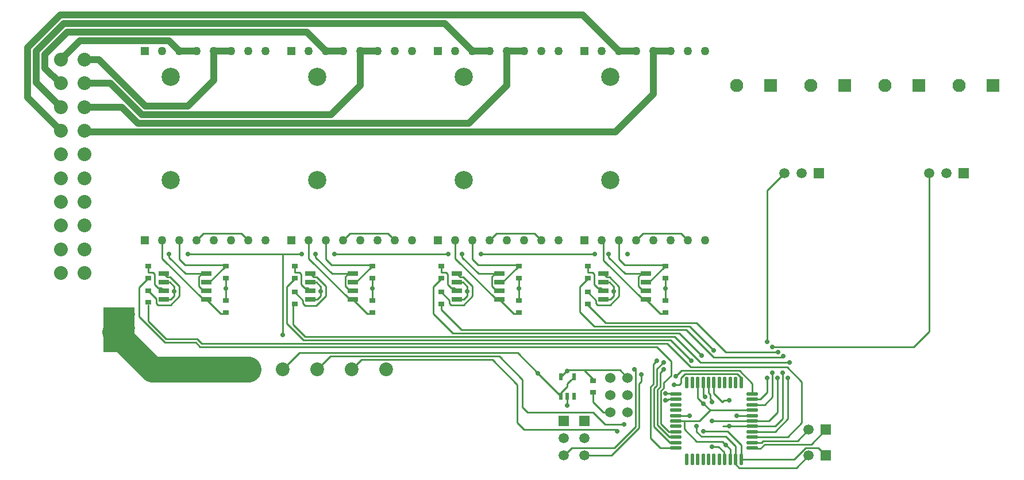
<source format=gtl>
G04*
G04 #@! TF.GenerationSoftware,Altium Limited,Altium Designer,19.0.12 (326)*
G04*
G04 Layer_Physical_Order=1*
G04 Layer_Color=255*
%FSLAX24Y24*%
%MOIN*%
G70*
G01*
G75*
%ADD10C,0.0100*%
%ADD36R,0.0374X0.0315*%
%ADD37O,0.0217X0.0689*%
%ADD38O,0.0689X0.0217*%
%ADD39R,0.0591X0.0315*%
%ADD40R,0.0236X0.0433*%
%ADD41C,0.0400*%
%ADD42C,0.1500*%
%ADD43R,0.0591X0.0591*%
%ADD44C,0.0591*%
%ADD45C,0.0768*%
%ADD46R,0.0768X0.0768*%
%ADD47R,0.0500X0.0500*%
%ADD48C,0.0500*%
%ADD49C,0.0600*%
%ADD50R,0.0591X0.0591*%
%ADD51C,0.0799*%
%ADD52C,0.0801*%
%ADD53C,0.1058*%
%ADD54C,0.0290*%
G36*
X13900Y7000D02*
X12100D01*
Y9600D01*
X13900D01*
Y7000D01*
D02*
G37*
D10*
X60000Y8200D02*
Y17400D01*
X59100Y7300D02*
X60000Y8200D01*
X50900Y7300D02*
X59100D01*
X50600Y16400D02*
X51600Y17400D01*
X50600Y7600D02*
Y16400D01*
X33500Y13500D02*
Y13559D01*
X17900Y13900D02*
X20100D01*
X17500Y13500D02*
X17900Y13900D01*
X20100D02*
X20500Y13500D01*
X17778Y7500D02*
X44783D01*
X17528Y7750D02*
X17778Y7500D01*
X15728Y7750D02*
X17528D01*
X17695Y7300D02*
X44180D01*
X17445Y7550D02*
X17695Y7300D01*
X15645Y7550D02*
X17445D01*
X48098Y1069D02*
X48130D01*
X40200Y11623D02*
Y11985D01*
Y11623D02*
X40449D01*
X40537Y11535D01*
Y10948D02*
Y11535D01*
Y10948D02*
X40743Y10743D01*
X40907D01*
X41100Y10550D01*
X40177Y10485D02*
X40655Y10007D01*
Y9830D02*
Y10007D01*
Y9830D02*
X40743Y9743D01*
X41475D01*
X42000Y10267D01*
Y10815D01*
X41457Y11357D02*
X42000Y10815D01*
X41293Y11357D02*
X41457D01*
X41100Y11550D02*
X41293Y11357D01*
X31700Y11623D02*
Y11985D01*
Y11623D02*
X31949D01*
X32037Y11535D01*
Y10948D02*
Y11535D01*
Y10948D02*
X32243Y10743D01*
X32407D01*
X32600Y10550D01*
X31677Y10485D02*
X32155Y10007D01*
Y9830D02*
Y10007D01*
Y9830D02*
X32243Y9743D01*
X32975D01*
X33495Y10262D01*
Y10820D01*
X32957Y11357D02*
X33495Y10820D01*
X32793Y11357D02*
X32957D01*
X32600Y11550D02*
X32793Y11357D01*
X23200Y11623D02*
Y11985D01*
Y11623D02*
X23449D01*
X23537Y11535D01*
Y10948D02*
Y11535D01*
Y10948D02*
X23743Y10743D01*
X23907D01*
X24100Y10550D01*
X23177Y10485D02*
X23655Y10007D01*
Y9830D02*
Y10007D01*
Y9830D02*
X23785Y9700D01*
X24433D01*
X24995Y10262D01*
Y10820D01*
X24457Y11357D02*
X24995Y10820D01*
X24293Y11357D02*
X24457D01*
X24100Y11550D02*
X24293Y11357D01*
X23177Y10573D02*
X23200Y10550D01*
X24700Y10250D02*
Y10527D01*
Y10804D01*
X24500Y10050D02*
X24700Y10250D01*
X22712Y10803D02*
X23136Y11227D01*
X14700Y11623D02*
Y11985D01*
Y11623D02*
X14949D01*
X15037Y11535D01*
Y10948D02*
Y11535D01*
Y10948D02*
X15243Y10743D01*
X15407D01*
X15600Y10550D01*
X14140Y10755D02*
X14700Y11315D01*
X14140Y9055D02*
Y10755D01*
X14677Y10573D02*
X15155Y10095D01*
Y9830D02*
Y10095D01*
Y9830D02*
X15243Y9743D01*
X15975D01*
X16495Y10262D01*
Y10820D01*
X15957Y11357D02*
X16495Y10820D01*
X15793Y11357D02*
X15957D01*
X15600Y11550D02*
X15793Y11357D01*
X14140Y9055D02*
X15645Y7550D01*
X14677Y10573D02*
Y10627D01*
X15600Y11050D02*
X15954D01*
X16200Y10804D01*
X15500Y12446D02*
X17896Y10050D01*
X27623Y11948D02*
Y12073D01*
X27384Y9227D02*
X27700D01*
X18884D02*
X19200D01*
X19123Y11948D02*
Y12073D01*
X36123Y11948D02*
Y12073D01*
X44623Y11948D02*
Y12073D01*
X35884Y9227D02*
X36200D01*
X44384D02*
X44700D01*
X45770Y3000D02*
X46640D01*
X45276D02*
X45770D01*
X44700Y10700D02*
Y11227D01*
Y10073D02*
Y10700D01*
X41700Y10527D02*
Y10804D01*
Y10250D02*
Y10527D01*
X36200Y10700D02*
Y11227D01*
Y10073D02*
Y10700D01*
X33200Y10527D02*
Y10804D01*
Y10250D02*
Y10527D01*
X27700Y10700D02*
Y11227D01*
Y10073D02*
Y10700D01*
X19200D02*
Y11227D01*
Y10073D02*
Y10700D01*
X16200Y10527D02*
Y10804D01*
Y10250D02*
Y10527D01*
X45276Y3315D02*
X46085D01*
X46100Y3300D01*
X46640Y3000D02*
X47270Y3630D01*
X45770Y2530D02*
Y3000D01*
X44180Y7300D02*
X45005Y6475D01*
Y5636D02*
Y6475D01*
X46483Y8700D02*
X48178Y7005D01*
X41204Y8700D02*
X46483D01*
X40559Y8500D02*
X46100D01*
X45883Y8300D02*
X47473Y6710D01*
X32854Y8300D02*
X45883D01*
X45500Y8100D02*
X46800Y6800D01*
X32359Y8100D02*
X45500D01*
X46717Y6400D02*
X51900D01*
X45217Y7900D02*
X46717Y6400D01*
X52600Y2900D02*
Y5283D01*
X51764Y6119D02*
X52600Y5283D01*
X51462Y6710D02*
X51526Y6774D01*
X48178Y7005D02*
X51205D01*
X47473Y6710D02*
X51462D01*
X50900Y4400D02*
Y5800D01*
X46164Y6119D02*
X51764D01*
X50600Y4675D02*
Y5500D01*
X51500Y3117D02*
Y5800D01*
X45619Y5919D02*
X48982D01*
X49724Y5176D01*
X48867Y5719D02*
X49075Y5511D01*
X45818Y5719D02*
X48867D01*
X51800Y3134D02*
Y5500D01*
X51200Y3500D02*
Y5500D01*
X46500Y2383D02*
Y2700D01*
X46783Y2100D02*
X48200D01*
X46500Y2383D02*
X46783Y2100D01*
X48200D02*
X48760Y1540D01*
X39245Y1445D02*
X41728D01*
X38845Y1045D02*
X39245Y1445D01*
X42950Y2667D02*
Y5950D01*
X42900Y6000D02*
X42950Y5950D01*
X45300Y5600D02*
X45619Y5919D01*
X45595Y5195D02*
Y5496D01*
X45500Y5100D02*
X45595Y5195D01*
X45200Y5100D02*
X45500D01*
X48000Y1800D02*
X48200Y1600D01*
X46500Y1800D02*
X48000D01*
X45770Y2530D02*
X46500Y1800D01*
X48200Y1600D02*
X48445Y1355D01*
Y776D02*
Y1355D01*
X48130Y776D02*
Y1069D01*
X48073Y1094D02*
X48098Y1069D01*
X48073Y1094D02*
Y1187D01*
X47761Y1500D02*
X48073Y1187D01*
X47400Y1500D02*
X47761D01*
X49075Y776D02*
Y1608D01*
X41200Y2800D02*
X42300D01*
X43150Y5164D02*
X43300Y5314D01*
X43150Y2584D02*
Y5164D01*
X41566Y1000D02*
X43150Y2584D01*
X43805Y1995D02*
Y4971D01*
X44005Y2680D02*
Y4888D01*
X44205Y2763D02*
Y4805D01*
X44405Y2846D02*
Y4722D01*
X44700Y4200D02*
X44795D01*
X44855Y4260D01*
X44205Y4805D02*
X44400Y5000D01*
X44200Y5083D02*
Y6017D01*
X44005Y4888D02*
X44200Y5083D01*
X44000Y5166D02*
Y6300D01*
X43805Y4971D02*
X44000Y5166D01*
X43300Y5314D02*
Y5700D01*
X44700Y4600D02*
X45250D01*
X44600Y4917D02*
Y5231D01*
X44405Y4722D02*
X44600Y4917D01*
X44400Y5000D02*
Y5800D01*
X45250Y4600D02*
X45276Y4575D01*
X43805Y1995D02*
X44375Y1425D01*
X44005Y2680D02*
X44945Y1740D01*
X44205Y2763D02*
X44913Y2055D01*
X44405Y2846D02*
X44881Y2370D01*
X44400Y5800D02*
X44600Y6000D01*
X23694Y7700D02*
X45000D01*
X23777Y7900D02*
X45217D01*
X40177Y9727D02*
X41204Y8700D01*
X39712Y9347D02*
X40559Y8500D01*
X31677Y9477D02*
X32854Y8300D01*
X31230Y9230D02*
X32359Y8100D01*
X23077Y8600D02*
X23777Y7900D01*
X22712Y8682D02*
X23694Y7700D01*
X45000D02*
X46200Y6500D01*
X44783Y7500D02*
X46164Y6119D01*
X44000Y6300D02*
X44200Y6500D01*
Y6017D02*
X44583Y6400D01*
X44600D01*
Y5231D02*
X45005Y5636D01*
X45595Y5496D02*
X45818Y5719D01*
X41728Y1445D02*
X42950Y2667D01*
X50700Y3000D02*
X51200Y3500D01*
X49724Y3000D02*
X50700D01*
X50445Y3945D02*
X50900Y4400D01*
X50184Y4260D02*
X50600Y4675D01*
X51036Y2370D02*
X51800Y3134D01*
X49724Y2370D02*
X51036D01*
X51068Y2685D02*
X51500Y3117D01*
X49724Y3945D02*
X50445D01*
X51783Y2083D02*
X52600Y2900D01*
X49724Y1740D02*
X50257D01*
X50362Y1845D02*
X52345D01*
X50257Y1740D02*
X50362Y1845D01*
X50445Y1645D02*
X53145D01*
X50200Y1400D02*
X50445Y1645D01*
X48760Y489D02*
X48968Y281D01*
X52281D01*
X52146Y776D02*
X52816Y1445D01*
X49075Y776D02*
X52146D01*
X52816Y1445D02*
X53555D01*
X54000Y1000D01*
X49750Y1400D02*
X50200D01*
X41100Y11050D02*
X41454D01*
X41100Y10050D02*
X41500D01*
X41700Y10250D01*
X41454Y11050D02*
X41700Y10804D01*
X32600Y11050D02*
X32954D01*
X32600Y10050D02*
X33000D01*
X33200Y10250D01*
X32954Y11050D02*
X33200Y10804D01*
X24100Y11050D02*
X24454D01*
X24100Y10050D02*
X24500D01*
X24454Y11050D02*
X24700Y10804D01*
X16000Y10050D02*
X16200Y10250D01*
X43000Y13500D02*
X43400Y13900D01*
X45600D01*
X46000Y13500D01*
X34500D02*
X34900Y13900D01*
X37100D01*
X37500Y13500D01*
X26000D02*
X26400Y13900D01*
X28600D01*
X29000Y13500D01*
X41400Y12500D02*
Y12700D01*
Y12500D02*
X42350Y11550D01*
X31677Y9477D02*
Y9727D01*
X34896Y10050D02*
X35061D01*
X34800Y11550D02*
X35061D01*
X34615Y11365D02*
X34800Y11550D01*
X34615Y10830D02*
Y11365D01*
X34896Y10550D02*
X35061D01*
X34615Y10830D02*
X34896Y10550D01*
X31212Y10803D02*
X31636Y11227D01*
X31212Y9230D02*
Y10803D01*
X35226Y11050D02*
X36123Y11948D01*
X35061Y11050D02*
X35226D01*
X33827Y12073D02*
X36123D01*
X31677Y10573D02*
X31700Y10550D01*
X35061Y10050D02*
X35884Y9227D01*
X26396Y10050D02*
X26561D01*
X24000Y12446D02*
X26396Y10050D01*
X26300Y11550D02*
X26561D01*
X26115Y11365D02*
X26300Y11550D01*
X26115Y10830D02*
Y11365D01*
X26396Y10550D02*
X26561D01*
X26115Y10830D02*
X26396Y10550D01*
X22712Y8682D02*
Y10803D01*
X26726Y11050D02*
X27623Y11948D01*
X26561Y11050D02*
X26726D01*
X25327Y12073D02*
X27623D01*
X26561Y10050D02*
X27384Y9227D01*
X17896Y10050D02*
X18061D01*
X17800Y11550D02*
X18061D01*
X17615Y11365D02*
X17800Y11550D01*
X17615Y10830D02*
Y11365D01*
X17896Y10550D02*
X18061D01*
X17615Y10830D02*
X17896Y10550D01*
X15600Y10050D02*
X16000D01*
X18226Y11050D02*
X19123Y11948D01*
X18061Y11050D02*
X18226D01*
X18061Y10050D02*
X18884Y9227D01*
X42327Y12073D02*
X44623D01*
X39712Y10803D02*
X40136Y11227D01*
X39712Y9347D02*
Y10803D01*
X43561Y10050D02*
X44384Y9227D01*
X23077Y8600D02*
Y9677D01*
X43300Y11550D02*
X43561D01*
X43396Y10050D02*
X43561D01*
X43115Y10830D02*
X43396Y10550D01*
X43115Y10830D02*
Y11365D01*
X43396Y10550D02*
X43561D01*
X43726Y11050D02*
X44623Y11948D01*
X43561Y11050D02*
X43726D01*
X40177Y10573D02*
X40200Y10550D01*
X49724Y2055D02*
Y2083D01*
X38626Y4449D02*
Y4626D01*
X39987Y5937D02*
X40500Y5423D01*
X41000Y13500D02*
X41100Y13400D01*
X43115Y11365D02*
X43300Y11550D01*
X42350D02*
X43300D01*
X24000Y12446D02*
Y13500D01*
X16850Y11550D02*
X17800D01*
X15900Y12500D02*
X16850Y11550D01*
X15900Y12500D02*
Y12700D01*
X25350Y11550D02*
X26300D01*
X24400Y12500D02*
X25350Y11550D01*
X24400Y12500D02*
Y12700D01*
X33850Y11550D02*
X34800D01*
X32900Y12500D02*
X33850Y11550D01*
X32900Y12500D02*
Y12700D01*
X42000Y12400D02*
X42327Y12073D01*
X41100Y12346D02*
X43396Y10050D01*
X41100Y12346D02*
Y13400D01*
X42000Y12400D02*
Y13500D01*
X33500Y12400D02*
X33827Y12073D01*
X32500Y12446D02*
Y13500D01*
Y12446D02*
X34896Y10050D01*
X33500Y12400D02*
Y13500D01*
X34000Y12700D02*
X40600D01*
X25000Y12400D02*
X25327Y12073D01*
X25000Y12400D02*
Y13500D01*
X25500Y12700D02*
X32100D01*
X15500Y12446D02*
Y13500D01*
X16500Y12400D02*
Y13500D01*
X16827Y12073D02*
X19123D01*
X16500Y12400D02*
X16827Y12073D01*
X49724Y4260D02*
X50184D01*
X49724Y4575D02*
Y5176D01*
X49075Y5224D02*
Y5511D01*
X39000Y4449D02*
X39000D01*
X46893Y4007D02*
X47270Y3630D01*
X49438Y3630D01*
X46555Y4345D02*
X46893Y4007D01*
X46870Y4530D02*
X47000Y4400D01*
X42050Y5950D02*
X42500Y5500D01*
X39374Y5536D02*
Y5551D01*
X38626Y4626D02*
X39000Y5000D01*
Y5177D01*
X39174Y5351D01*
X39189D01*
X39025Y5950D02*
X42050D01*
X22500Y6000D02*
X23450Y6950D01*
X24500Y6000D02*
X25250Y6750D01*
X23450Y6950D02*
X36125D01*
X25250Y6750D02*
X35050D01*
X26500Y6000D02*
X27050Y6550D01*
X34650D01*
X35050Y6750D02*
X36400Y5400D01*
X34650Y6550D02*
X36100Y5100D01*
Y2900D02*
Y5100D01*
X40000Y1000D02*
X41566D01*
X36400Y3800D02*
Y5400D01*
X40500Y4100D02*
Y4577D01*
X36400Y3800D02*
X36700Y3500D01*
X40500Y4100D02*
X41100Y3500D01*
X36100Y2900D02*
X36500Y2500D01*
X41800D01*
X41900Y2400D01*
X36125Y6950D02*
X37300Y5775D01*
X38626Y4449D01*
X22500Y8000D02*
Y12700D01*
X17000D02*
X22500D01*
X23600D01*
X36700Y3500D02*
X40500D01*
X41200Y2800D01*
X14677Y8801D02*
Y9727D01*
Y8801D02*
X15728Y7750D01*
X47185Y4632D02*
X47295Y4522D01*
Y4305D02*
Y4522D01*
X47500Y4600D02*
X48000Y4100D01*
X48015Y2685D02*
X48030Y2700D01*
X48000Y4100D02*
X48100Y4200D01*
X48400D01*
X48760Y776D02*
Y1540D01*
X49724Y2685D02*
X51068D01*
X49438Y3630D02*
X49724D01*
X46555Y4345D02*
Y5224D01*
X45276Y3000D02*
X45332Y2943D01*
X44945Y1740D02*
X45276D01*
X52345Y1845D02*
X53000Y2500D01*
X44913Y2055D02*
X45276D01*
X48815Y3315D02*
X49724D01*
X46870Y4530D02*
Y5224D01*
X39000Y3900D02*
Y4449D01*
X53145Y1645D02*
X54000Y2500D01*
X44881Y2370D02*
X45276D01*
X39189Y5351D02*
X39374Y5536D01*
X52281Y281D02*
X53000Y1000D01*
X48760Y489D02*
Y776D01*
X47185Y4632D02*
Y5224D01*
X44855Y4260D02*
X45276D01*
X41100Y3500D02*
X41500D01*
X46100Y8500D02*
X47500Y7100D01*
X44375Y1425D02*
X45276D01*
X47500Y4600D02*
Y5224D01*
X39000Y891D02*
Y1000D01*
X38845Y1045D02*
X39000Y891D01*
X40136Y11227D02*
X40200D01*
X49724Y2083D02*
X51783D01*
X23136Y11227D02*
X23200D01*
X31636D02*
X31700D01*
X38626Y5551D02*
X39025Y5950D01*
X46900Y2400D02*
X48283D01*
X49075Y1608D01*
X48030Y2700D02*
X48400D01*
X48015Y2685D02*
X49724D01*
X47400Y3000D02*
X49724D01*
X47295Y4305D02*
X47400Y4200D01*
Y4100D02*
Y4200D01*
D36*
X40500Y4665D02*
D03*
Y5335D02*
D03*
X14700Y11315D02*
D03*
Y11985D02*
D03*
X23200Y11315D02*
D03*
Y11985D02*
D03*
X31700Y11315D02*
D03*
Y11985D02*
D03*
X40200Y11315D02*
D03*
Y11985D02*
D03*
X19200Y11985D02*
D03*
Y11315D02*
D03*
X27700Y11985D02*
D03*
Y11315D02*
D03*
X36200Y11985D02*
D03*
Y11315D02*
D03*
X44700Y11985D02*
D03*
Y11315D02*
D03*
X14677Y9904D02*
D03*
Y10573D02*
D03*
X23177Y9815D02*
D03*
Y10485D02*
D03*
X31677Y9815D02*
D03*
Y10485D02*
D03*
X40177Y9815D02*
D03*
Y10485D02*
D03*
X19200Y9315D02*
D03*
Y9985D02*
D03*
X27700Y9315D02*
D03*
Y9985D02*
D03*
X36200Y9315D02*
D03*
Y9985D02*
D03*
X44700Y9315D02*
D03*
Y9985D02*
D03*
D37*
X45925Y776D02*
D03*
X46240D02*
D03*
X46555D02*
D03*
X46870D02*
D03*
X47185D02*
D03*
X47500D02*
D03*
X47815D02*
D03*
X48130D02*
D03*
X48445D02*
D03*
X48760D02*
D03*
X49075D02*
D03*
Y5224D02*
D03*
X48760D02*
D03*
X48445D02*
D03*
X48130D02*
D03*
X47815D02*
D03*
X47500D02*
D03*
X47185D02*
D03*
X46870D02*
D03*
X46555D02*
D03*
X46240D02*
D03*
X45925D02*
D03*
D38*
X49724Y1425D02*
D03*
Y1740D02*
D03*
Y2055D02*
D03*
Y2370D02*
D03*
Y2685D02*
D03*
Y3000D02*
D03*
Y3315D02*
D03*
Y3630D02*
D03*
Y3945D02*
D03*
Y4260D02*
D03*
Y4575D02*
D03*
X45276D02*
D03*
Y4260D02*
D03*
Y3945D02*
D03*
Y3630D02*
D03*
Y3315D02*
D03*
Y3000D02*
D03*
Y2685D02*
D03*
Y2370D02*
D03*
Y2055D02*
D03*
Y1740D02*
D03*
Y1425D02*
D03*
D39*
X43561Y10050D02*
D03*
Y10550D02*
D03*
Y11050D02*
D03*
Y11550D02*
D03*
X41100Y10050D02*
D03*
Y10550D02*
D03*
Y11050D02*
D03*
Y11550D02*
D03*
X35061Y10050D02*
D03*
Y10550D02*
D03*
Y11050D02*
D03*
Y11550D02*
D03*
X32600Y10050D02*
D03*
Y10550D02*
D03*
Y11050D02*
D03*
Y11550D02*
D03*
X26561Y10050D02*
D03*
Y10550D02*
D03*
Y11050D02*
D03*
Y11550D02*
D03*
X24100Y10050D02*
D03*
Y10550D02*
D03*
Y11050D02*
D03*
Y11550D02*
D03*
X18061Y10050D02*
D03*
Y10550D02*
D03*
Y11050D02*
D03*
Y11550D02*
D03*
X15600Y10050D02*
D03*
Y10550D02*
D03*
Y11050D02*
D03*
Y11550D02*
D03*
D40*
X39374Y5551D02*
D03*
X38626D02*
D03*
Y4449D02*
D03*
X39000D02*
D03*
X39374D02*
D03*
D41*
X14100Y20300D02*
X33300D01*
X13156Y21244D02*
X14100Y20300D01*
X33300D02*
X35500Y22500D01*
X18500Y24500D02*
X19500D01*
X16500D02*
X17500D01*
X42000D02*
X43000D01*
X39900Y26600D02*
X42000Y24500D01*
X9586Y26600D02*
X39900D01*
X33500Y24500D02*
X34500D01*
X31900Y26100D02*
X33500Y24500D01*
X9793Y26100D02*
X31900D01*
X25000Y24500D02*
X26000D01*
X23900Y25600D02*
X25000Y24500D01*
X10000Y25600D02*
X23900D01*
X7700Y21788D02*
X9622Y19866D01*
X8200Y22666D02*
X9622Y21244D01*
X9578Y22622D02*
X9622D01*
X8700Y23500D02*
X9578Y22622D01*
X7700Y21788D02*
Y24714D01*
X8200Y22666D02*
Y24507D01*
X7700Y24714D02*
X9586Y26600D01*
X8200Y24507D02*
X9793Y26100D01*
X8700Y23500D02*
Y24300D01*
X10000Y25600D01*
X9622Y24000D02*
X10722Y25100D01*
X15900D01*
X16500Y24500D01*
X11814Y24000D02*
X14514Y21300D01*
X11000Y24000D02*
X11814D01*
X12485Y22622D02*
X14307Y20800D01*
X11000Y22622D02*
X12485D01*
X14514Y21300D02*
X17000D01*
X14307Y20800D02*
X25300D01*
X11000Y21244D02*
X13156D01*
X44000Y24500D02*
X45000D01*
X41800Y19800D02*
X44000Y22000D01*
Y24500D01*
X11066Y19800D02*
X41800D01*
X35500Y24500D02*
X36500D01*
X35500Y22500D02*
Y24500D01*
X27000D02*
X28000D01*
X25300Y20800D02*
X27000Y22500D01*
Y24500D01*
X17000Y21300D02*
X18500Y22800D01*
Y24500D01*
X11000Y19866D02*
X11066Y19800D01*
D42*
X12760Y8160D02*
X14921Y6000D01*
X18500D01*
X20500D01*
D43*
X62000Y17400D02*
D03*
X53600D02*
D03*
X54000Y2500D02*
D03*
Y1000D02*
D03*
D44*
X61000Y17400D02*
D03*
X60000D02*
D03*
X52600D02*
D03*
X51600D02*
D03*
X40000Y1000D02*
D03*
Y2000D02*
D03*
X38800Y1000D02*
D03*
Y2000D02*
D03*
X53000Y2500D02*
D03*
Y1000D02*
D03*
D45*
X61709Y22500D02*
D03*
X57409D02*
D03*
X53109D02*
D03*
X48809D02*
D03*
D46*
X63678D02*
D03*
X59378D02*
D03*
X55078D02*
D03*
X50778D02*
D03*
D47*
X14500Y13500D02*
D03*
Y24500D02*
D03*
X23000Y13500D02*
D03*
Y24500D02*
D03*
X31500D02*
D03*
Y13500D02*
D03*
X40000D02*
D03*
Y24500D02*
D03*
D48*
X15500Y13500D02*
D03*
X16500D02*
D03*
X17500D02*
D03*
X18500D02*
D03*
X19500D02*
D03*
X20500D02*
D03*
X21500D02*
D03*
X15500Y24500D02*
D03*
X16500D02*
D03*
X17500D02*
D03*
X18500D02*
D03*
X19500D02*
D03*
X20500D02*
D03*
X21500D02*
D03*
X24000Y13500D02*
D03*
X25000D02*
D03*
X26000D02*
D03*
X27000D02*
D03*
X28000D02*
D03*
X29000D02*
D03*
X30000D02*
D03*
X24000Y24500D02*
D03*
X25000D02*
D03*
X26000D02*
D03*
X27000D02*
D03*
X28000D02*
D03*
X29000D02*
D03*
X30000D02*
D03*
X38500D02*
D03*
X37500D02*
D03*
X36500D02*
D03*
X35500D02*
D03*
X34500D02*
D03*
X33500D02*
D03*
X32500D02*
D03*
X38500Y13500D02*
D03*
X37500D02*
D03*
X36500D02*
D03*
X35500D02*
D03*
X34500D02*
D03*
X33500D02*
D03*
X32500D02*
D03*
X41000D02*
D03*
X42000D02*
D03*
X43000D02*
D03*
X44000D02*
D03*
X45000D02*
D03*
X46000D02*
D03*
X47000D02*
D03*
X41000Y24500D02*
D03*
X42000D02*
D03*
X43000D02*
D03*
X44000D02*
D03*
X45000D02*
D03*
X46000D02*
D03*
X47000D02*
D03*
D49*
X41500Y3500D02*
D03*
Y4500D02*
D03*
Y5500D02*
D03*
X42500Y3500D02*
D03*
Y4500D02*
D03*
Y5500D02*
D03*
D50*
X40000Y3000D02*
D03*
X38800D02*
D03*
D51*
X28500Y6000D02*
D03*
X18500D02*
D03*
X20500D02*
D03*
X22500D02*
D03*
X24500D02*
D03*
X26500D02*
D03*
D52*
X9622Y11598D02*
D03*
X11000D02*
D03*
Y24000D02*
D03*
X9622D02*
D03*
X11000Y22622D02*
D03*
X9622D02*
D03*
X11000Y21244D02*
D03*
X9622D02*
D03*
X11000Y19866D02*
D03*
X9622D02*
D03*
X11000Y18488D02*
D03*
X9622D02*
D03*
X11000Y17110D02*
D03*
X9622D02*
D03*
X11000Y15732D02*
D03*
X9622D02*
D03*
X11000Y14354D02*
D03*
X9622D02*
D03*
X11000Y12976D02*
D03*
X9622D02*
D03*
D53*
X16000Y23000D02*
D03*
Y17000D02*
D03*
X24500Y23000D02*
D03*
Y17000D02*
D03*
X33000Y23000D02*
D03*
Y17000D02*
D03*
X41500Y23000D02*
D03*
Y17000D02*
D03*
D54*
X24700Y10527D02*
D03*
X46100Y3300D02*
D03*
X51900Y6400D02*
D03*
X51526Y6774D02*
D03*
X51205Y7005D02*
D03*
X50900Y7300D02*
D03*
X50600Y7600D02*
D03*
X50900Y5800D02*
D03*
X50600Y5500D02*
D03*
X46800Y6800D02*
D03*
X47500Y7100D02*
D03*
X51500Y5800D02*
D03*
X51800Y5500D02*
D03*
X51200D02*
D03*
X48200Y1600D02*
D03*
X46900Y2400D02*
D03*
X42300Y2800D02*
D03*
X46500Y2700D02*
D03*
X44700Y4200D02*
D03*
Y4600D02*
D03*
X44200Y6500D02*
D03*
X44600Y6400D02*
D03*
Y6000D02*
D03*
X43300Y5700D02*
D03*
X42900Y6000D02*
D03*
X45200Y5100D02*
D03*
X45300Y5600D02*
D03*
X46200Y6500D02*
D03*
X47400Y1500D02*
D03*
X41700Y10527D02*
D03*
X33200D02*
D03*
X16200D02*
D03*
X41400Y12700D02*
D03*
X44700Y10700D02*
D03*
X36200D02*
D03*
X27700D02*
D03*
X19200D02*
D03*
X40600Y12700D02*
D03*
X42500D02*
D03*
X15900D02*
D03*
X25500D02*
D03*
X23600D02*
D03*
X24400D02*
D03*
X34000D02*
D03*
X32100D02*
D03*
X32900D02*
D03*
X17000D02*
D03*
X39000Y3900D02*
D03*
X46893Y4007D02*
D03*
X47000Y4400D02*
D03*
X48815Y3315D02*
D03*
X39000Y5900D02*
D03*
X41900Y2400D02*
D03*
X37300Y5775D02*
D03*
X22500Y8000D02*
D03*
X12400Y7200D02*
D03*
X12600Y7600D02*
D03*
X12400Y8000D02*
D03*
X12600Y8400D02*
D03*
X12400Y8800D02*
D03*
X12600Y9200D02*
D03*
X12800Y7200D02*
D03*
X13000Y7600D02*
D03*
X12800Y8000D02*
D03*
X13000Y8400D02*
D03*
X12800Y8800D02*
D03*
X13000Y9200D02*
D03*
X13200Y7200D02*
D03*
X13400Y7600D02*
D03*
X13200Y8000D02*
D03*
X13400Y8400D02*
D03*
X13200Y8800D02*
D03*
X13400Y9200D02*
D03*
X13600Y7200D02*
D03*
X13800Y7600D02*
D03*
X13600Y8000D02*
D03*
X13800Y8400D02*
D03*
X13600Y8800D02*
D03*
X13800Y9200D02*
D03*
X48400Y4200D02*
D03*
Y2700D02*
D03*
X47400Y3000D02*
D03*
Y4100D02*
D03*
M02*

</source>
